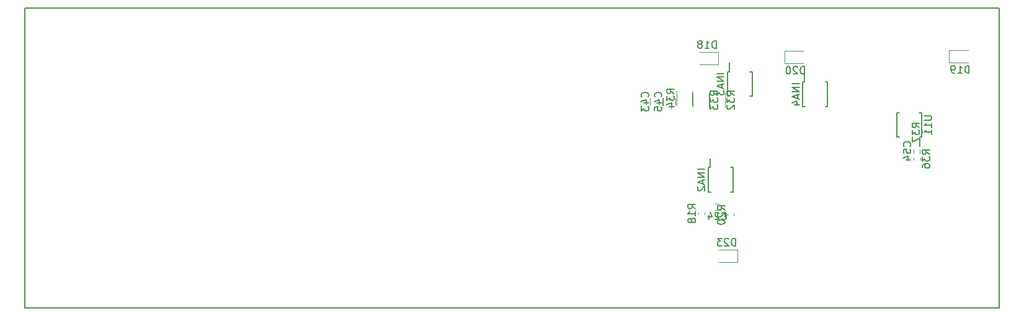
<source format=gbr>
G04 #@! TF.FileFunction,Legend,Bot*
%FSLAX46Y46*%
G04 Gerber Fmt 4.6, Leading zero omitted, Abs format (unit mm)*
G04 Created by KiCad (PCBNEW 4.0.7) date 06/06/18 14:30:25*
%MOMM*%
%LPD*%
G01*
G04 APERTURE LIST*
%ADD10C,0.100000*%
%ADD11C,0.150000*%
%ADD12C,0.120000*%
G04 APERTURE END LIST*
D10*
D11*
X25000000Y-164000000D02*
X25000000Y-123000000D01*
X158000000Y-164000000D02*
X25000000Y-164000000D01*
X158000000Y-123000000D02*
X158000000Y-164000000D01*
X25000000Y-123000000D02*
X158000000Y-123000000D01*
D12*
X119750000Y-149810000D02*
X119250000Y-149810000D01*
X119250000Y-150610000D02*
X119750000Y-150610000D01*
X110330000Y-136300000D02*
X110330000Y-135300000D01*
X112030000Y-135300000D02*
X112030000Y-136300000D01*
X112130000Y-136300000D02*
X112130000Y-135300000D01*
X113830000Y-135300000D02*
X113830000Y-136300000D01*
X147140000Y-142810000D02*
X147140000Y-142310000D01*
X146340000Y-142310000D02*
X146340000Y-142810000D01*
D11*
X118285000Y-144825000D02*
X118510000Y-144825000D01*
X118285000Y-148175000D02*
X118585000Y-148175000D01*
X121635000Y-148175000D02*
X121335000Y-148175000D01*
X121635000Y-144825000D02*
X121335000Y-144825000D01*
X118285000Y-144825000D02*
X118285000Y-148175000D01*
X121635000Y-144825000D02*
X121635000Y-148175000D01*
X118510000Y-144825000D02*
X118510000Y-143600000D01*
X120905000Y-131725000D02*
X121130000Y-131725000D01*
X120905000Y-135075000D02*
X121205000Y-135075000D01*
X124255000Y-135075000D02*
X123955000Y-135075000D01*
X124255000Y-131725000D02*
X123955000Y-131725000D01*
X120905000Y-131725000D02*
X120905000Y-135075000D01*
X124255000Y-131725000D02*
X124255000Y-135075000D01*
X121130000Y-131725000D02*
X121130000Y-130500000D01*
X131195000Y-133135000D02*
X131420000Y-133135000D01*
X131195000Y-136485000D02*
X131495000Y-136485000D01*
X134545000Y-136485000D02*
X134245000Y-136485000D01*
X134545000Y-133135000D02*
X134245000Y-133135000D01*
X131195000Y-133135000D02*
X131195000Y-136485000D01*
X134545000Y-133135000D02*
X134545000Y-136485000D01*
X131420000Y-133135000D02*
X131420000Y-131910000D01*
D12*
X116890000Y-151190000D02*
X116890000Y-150950000D01*
X117770000Y-150950000D02*
X117770000Y-151190000D01*
X120890000Y-151410000D02*
X120890000Y-151170000D01*
X121770000Y-151170000D02*
X121770000Y-151410000D01*
X118450000Y-134600000D02*
X118450000Y-136600000D01*
X120590000Y-136600000D02*
X120590000Y-134600000D01*
X116190000Y-134600000D02*
X116190000Y-136600000D01*
X118330000Y-136600000D02*
X118330000Y-134600000D01*
X116080000Y-136330000D02*
X116080000Y-134330000D01*
X113940000Y-134330000D02*
X113940000Y-136330000D01*
X147220000Y-143500000D02*
X147220000Y-143740000D01*
X146340000Y-143740000D02*
X146340000Y-143500000D01*
X147470000Y-140100000D02*
X147470000Y-139860000D01*
X148350000Y-139860000D02*
X148350000Y-140100000D01*
D11*
X147385000Y-140675000D02*
X147160000Y-140675000D01*
X147385000Y-137325000D02*
X147085000Y-137325000D01*
X144035000Y-137325000D02*
X144335000Y-137325000D01*
X144035000Y-140675000D02*
X144335000Y-140675000D01*
X147385000Y-140675000D02*
X147385000Y-137325000D01*
X144035000Y-140675000D02*
X144035000Y-137325000D01*
X147160000Y-140675000D02*
X147160000Y-141900000D01*
D12*
X119630000Y-129060000D02*
X119630000Y-130760000D01*
X119630000Y-130760000D02*
X117080000Y-130760000D01*
X119630000Y-129060000D02*
X117080000Y-129060000D01*
X151170000Y-130450000D02*
X151170000Y-128750000D01*
X151170000Y-128750000D02*
X153720000Y-128750000D01*
X151170000Y-130450000D02*
X153720000Y-130450000D01*
X128680000Y-130570000D02*
X128680000Y-128870000D01*
X128680000Y-128870000D02*
X131230000Y-128870000D01*
X128680000Y-130570000D02*
X131230000Y-130570000D01*
X122280000Y-156060000D02*
X122280000Y-157760000D01*
X122280000Y-157760000D02*
X119730000Y-157760000D01*
X122280000Y-156060000D02*
X119730000Y-156060000D01*
D11*
X120142857Y-151837143D02*
X120190476Y-151884762D01*
X120333333Y-151932381D01*
X120428571Y-151932381D01*
X120571429Y-151884762D01*
X120666667Y-151789524D01*
X120714286Y-151694286D01*
X120761905Y-151503810D01*
X120761905Y-151360952D01*
X120714286Y-151170476D01*
X120666667Y-151075238D01*
X120571429Y-150980000D01*
X120428571Y-150932381D01*
X120333333Y-150932381D01*
X120190476Y-150980000D01*
X120142857Y-151027619D01*
X119761905Y-151027619D02*
X119714286Y-150980000D01*
X119619048Y-150932381D01*
X119380952Y-150932381D01*
X119285714Y-150980000D01*
X119238095Y-151027619D01*
X119190476Y-151122857D01*
X119190476Y-151218095D01*
X119238095Y-151360952D01*
X119809524Y-151932381D01*
X119190476Y-151932381D01*
X118333333Y-151265714D02*
X118333333Y-151932381D01*
X118571429Y-150884762D02*
X118809524Y-151599048D01*
X118190476Y-151599048D01*
X110037143Y-135157143D02*
X110084762Y-135109524D01*
X110132381Y-134966667D01*
X110132381Y-134871429D01*
X110084762Y-134728571D01*
X109989524Y-134633333D01*
X109894286Y-134585714D01*
X109703810Y-134538095D01*
X109560952Y-134538095D01*
X109370476Y-134585714D01*
X109275238Y-134633333D01*
X109180000Y-134728571D01*
X109132381Y-134871429D01*
X109132381Y-134966667D01*
X109180000Y-135109524D01*
X109227619Y-135157143D01*
X109465714Y-136014286D02*
X110132381Y-136014286D01*
X109084762Y-135776190D02*
X109799048Y-135538095D01*
X109799048Y-136157143D01*
X109132381Y-136442857D02*
X109132381Y-137061905D01*
X109513333Y-136728571D01*
X109513333Y-136871429D01*
X109560952Y-136966667D01*
X109608571Y-137014286D01*
X109703810Y-137061905D01*
X109941905Y-137061905D01*
X110037143Y-137014286D01*
X110084762Y-136966667D01*
X110132381Y-136871429D01*
X110132381Y-136585714D01*
X110084762Y-136490476D01*
X110037143Y-136442857D01*
X111837143Y-135157143D02*
X111884762Y-135109524D01*
X111932381Y-134966667D01*
X111932381Y-134871429D01*
X111884762Y-134728571D01*
X111789524Y-134633333D01*
X111694286Y-134585714D01*
X111503810Y-134538095D01*
X111360952Y-134538095D01*
X111170476Y-134585714D01*
X111075238Y-134633333D01*
X110980000Y-134728571D01*
X110932381Y-134871429D01*
X110932381Y-134966667D01*
X110980000Y-135109524D01*
X111027619Y-135157143D01*
X111265714Y-136014286D02*
X111932381Y-136014286D01*
X110884762Y-135776190D02*
X111599048Y-135538095D01*
X111599048Y-136157143D01*
X110932381Y-137014286D02*
X110932381Y-136538095D01*
X111408571Y-136490476D01*
X111360952Y-136538095D01*
X111313333Y-136633333D01*
X111313333Y-136871429D01*
X111360952Y-136966667D01*
X111408571Y-137014286D01*
X111503810Y-137061905D01*
X111741905Y-137061905D01*
X111837143Y-137014286D01*
X111884762Y-136966667D01*
X111932381Y-136871429D01*
X111932381Y-136633333D01*
X111884762Y-136538095D01*
X111837143Y-136490476D01*
X145827143Y-141917143D02*
X145874762Y-141869524D01*
X145922381Y-141726667D01*
X145922381Y-141631429D01*
X145874762Y-141488571D01*
X145779524Y-141393333D01*
X145684286Y-141345714D01*
X145493810Y-141298095D01*
X145350952Y-141298095D01*
X145160476Y-141345714D01*
X145065238Y-141393333D01*
X144970000Y-141488571D01*
X144922381Y-141631429D01*
X144922381Y-141726667D01*
X144970000Y-141869524D01*
X145017619Y-141917143D01*
X144922381Y-142821905D02*
X144922381Y-142345714D01*
X145398571Y-142298095D01*
X145350952Y-142345714D01*
X145303333Y-142440952D01*
X145303333Y-142679048D01*
X145350952Y-142774286D01*
X145398571Y-142821905D01*
X145493810Y-142869524D01*
X145731905Y-142869524D01*
X145827143Y-142821905D01*
X145874762Y-142774286D01*
X145922381Y-142679048D01*
X145922381Y-142440952D01*
X145874762Y-142345714D01*
X145827143Y-142298095D01*
X145255714Y-143726667D02*
X145922381Y-143726667D01*
X144874762Y-143488571D02*
X145589048Y-143250476D01*
X145589048Y-143869524D01*
X117812381Y-145071429D02*
X116812381Y-145071429D01*
X117812381Y-145547619D02*
X116812381Y-145547619D01*
X117812381Y-146119048D01*
X116812381Y-146119048D01*
X117526667Y-146547619D02*
X117526667Y-147023810D01*
X117812381Y-146452381D02*
X116812381Y-146785714D01*
X117812381Y-147119048D01*
X116907619Y-147404762D02*
X116860000Y-147452381D01*
X116812381Y-147547619D01*
X116812381Y-147785715D01*
X116860000Y-147880953D01*
X116907619Y-147928572D01*
X117002857Y-147976191D01*
X117098095Y-147976191D01*
X117240952Y-147928572D01*
X117812381Y-147357143D01*
X117812381Y-147976191D01*
X120432381Y-131971429D02*
X119432381Y-131971429D01*
X120432381Y-132447619D02*
X119432381Y-132447619D01*
X120432381Y-133019048D01*
X119432381Y-133019048D01*
X120146667Y-133447619D02*
X120146667Y-133923810D01*
X120432381Y-133352381D02*
X119432381Y-133685714D01*
X120432381Y-134019048D01*
X119432381Y-134257143D02*
X119432381Y-134876191D01*
X119813333Y-134542857D01*
X119813333Y-134685715D01*
X119860952Y-134780953D01*
X119908571Y-134828572D01*
X120003810Y-134876191D01*
X120241905Y-134876191D01*
X120337143Y-134828572D01*
X120384762Y-134780953D01*
X120432381Y-134685715D01*
X120432381Y-134400000D01*
X120384762Y-134304762D01*
X120337143Y-134257143D01*
X130722381Y-133381429D02*
X129722381Y-133381429D01*
X130722381Y-133857619D02*
X129722381Y-133857619D01*
X130722381Y-134429048D01*
X129722381Y-134429048D01*
X130436667Y-134857619D02*
X130436667Y-135333810D01*
X130722381Y-134762381D02*
X129722381Y-135095714D01*
X130722381Y-135429048D01*
X130055714Y-136190953D02*
X130722381Y-136190953D01*
X129674762Y-135952857D02*
X130389048Y-135714762D01*
X130389048Y-136333810D01*
X116532381Y-150427143D02*
X116056190Y-150093809D01*
X116532381Y-149855714D02*
X115532381Y-149855714D01*
X115532381Y-150236667D01*
X115580000Y-150331905D01*
X115627619Y-150379524D01*
X115722857Y-150427143D01*
X115865714Y-150427143D01*
X115960952Y-150379524D01*
X116008571Y-150331905D01*
X116056190Y-150236667D01*
X116056190Y-149855714D01*
X116532381Y-151379524D02*
X116532381Y-150808095D01*
X116532381Y-151093809D02*
X115532381Y-151093809D01*
X115675238Y-150998571D01*
X115770476Y-150903333D01*
X115818095Y-150808095D01*
X115960952Y-151950952D02*
X115913333Y-151855714D01*
X115865714Y-151808095D01*
X115770476Y-151760476D01*
X115722857Y-151760476D01*
X115627619Y-151808095D01*
X115580000Y-151855714D01*
X115532381Y-151950952D01*
X115532381Y-152141429D01*
X115580000Y-152236667D01*
X115627619Y-152284286D01*
X115722857Y-152331905D01*
X115770476Y-152331905D01*
X115865714Y-152284286D01*
X115913333Y-152236667D01*
X115960952Y-152141429D01*
X115960952Y-151950952D01*
X116008571Y-151855714D01*
X116056190Y-151808095D01*
X116151429Y-151760476D01*
X116341905Y-151760476D01*
X116437143Y-151808095D01*
X116484762Y-151855714D01*
X116532381Y-151950952D01*
X116532381Y-152141429D01*
X116484762Y-152236667D01*
X116437143Y-152284286D01*
X116341905Y-152331905D01*
X116151429Y-152331905D01*
X116056190Y-152284286D01*
X116008571Y-152236667D01*
X115960952Y-152141429D01*
X120532381Y-150647143D02*
X120056190Y-150313809D01*
X120532381Y-150075714D02*
X119532381Y-150075714D01*
X119532381Y-150456667D01*
X119580000Y-150551905D01*
X119627619Y-150599524D01*
X119722857Y-150647143D01*
X119865714Y-150647143D01*
X119960952Y-150599524D01*
X120008571Y-150551905D01*
X120056190Y-150456667D01*
X120056190Y-150075714D01*
X119627619Y-151028095D02*
X119580000Y-151075714D01*
X119532381Y-151170952D01*
X119532381Y-151409048D01*
X119580000Y-151504286D01*
X119627619Y-151551905D01*
X119722857Y-151599524D01*
X119818095Y-151599524D01*
X119960952Y-151551905D01*
X120532381Y-150980476D01*
X120532381Y-151599524D01*
X119532381Y-152218571D02*
X119532381Y-152313810D01*
X119580000Y-152409048D01*
X119627619Y-152456667D01*
X119722857Y-152504286D01*
X119913333Y-152551905D01*
X120151429Y-152551905D01*
X120341905Y-152504286D01*
X120437143Y-152456667D01*
X120484762Y-152409048D01*
X120532381Y-152313810D01*
X120532381Y-152218571D01*
X120484762Y-152123333D01*
X120437143Y-152075714D01*
X120341905Y-152028095D01*
X120151429Y-151980476D01*
X119913333Y-151980476D01*
X119722857Y-152028095D01*
X119627619Y-152075714D01*
X119580000Y-152123333D01*
X119532381Y-152218571D01*
X121822381Y-134957143D02*
X121346190Y-134623809D01*
X121822381Y-134385714D02*
X120822381Y-134385714D01*
X120822381Y-134766667D01*
X120870000Y-134861905D01*
X120917619Y-134909524D01*
X121012857Y-134957143D01*
X121155714Y-134957143D01*
X121250952Y-134909524D01*
X121298571Y-134861905D01*
X121346190Y-134766667D01*
X121346190Y-134385714D01*
X120822381Y-135290476D02*
X120822381Y-135909524D01*
X121203333Y-135576190D01*
X121203333Y-135719048D01*
X121250952Y-135814286D01*
X121298571Y-135861905D01*
X121393810Y-135909524D01*
X121631905Y-135909524D01*
X121727143Y-135861905D01*
X121774762Y-135814286D01*
X121822381Y-135719048D01*
X121822381Y-135433333D01*
X121774762Y-135338095D01*
X121727143Y-135290476D01*
X120917619Y-136290476D02*
X120870000Y-136338095D01*
X120822381Y-136433333D01*
X120822381Y-136671429D01*
X120870000Y-136766667D01*
X120917619Y-136814286D01*
X121012857Y-136861905D01*
X121108095Y-136861905D01*
X121250952Y-136814286D01*
X121822381Y-136242857D01*
X121822381Y-136861905D01*
X119562381Y-134957143D02*
X119086190Y-134623809D01*
X119562381Y-134385714D02*
X118562381Y-134385714D01*
X118562381Y-134766667D01*
X118610000Y-134861905D01*
X118657619Y-134909524D01*
X118752857Y-134957143D01*
X118895714Y-134957143D01*
X118990952Y-134909524D01*
X119038571Y-134861905D01*
X119086190Y-134766667D01*
X119086190Y-134385714D01*
X118562381Y-135290476D02*
X118562381Y-135909524D01*
X118943333Y-135576190D01*
X118943333Y-135719048D01*
X118990952Y-135814286D01*
X119038571Y-135861905D01*
X119133810Y-135909524D01*
X119371905Y-135909524D01*
X119467143Y-135861905D01*
X119514762Y-135814286D01*
X119562381Y-135719048D01*
X119562381Y-135433333D01*
X119514762Y-135338095D01*
X119467143Y-135290476D01*
X118562381Y-136242857D02*
X118562381Y-136861905D01*
X118943333Y-136528571D01*
X118943333Y-136671429D01*
X118990952Y-136766667D01*
X119038571Y-136814286D01*
X119133810Y-136861905D01*
X119371905Y-136861905D01*
X119467143Y-136814286D01*
X119514762Y-136766667D01*
X119562381Y-136671429D01*
X119562381Y-136385714D01*
X119514762Y-136290476D01*
X119467143Y-136242857D01*
X113612381Y-134687143D02*
X113136190Y-134353809D01*
X113612381Y-134115714D02*
X112612381Y-134115714D01*
X112612381Y-134496667D01*
X112660000Y-134591905D01*
X112707619Y-134639524D01*
X112802857Y-134687143D01*
X112945714Y-134687143D01*
X113040952Y-134639524D01*
X113088571Y-134591905D01*
X113136190Y-134496667D01*
X113136190Y-134115714D01*
X112612381Y-135020476D02*
X112612381Y-135639524D01*
X112993333Y-135306190D01*
X112993333Y-135449048D01*
X113040952Y-135544286D01*
X113088571Y-135591905D01*
X113183810Y-135639524D01*
X113421905Y-135639524D01*
X113517143Y-135591905D01*
X113564762Y-135544286D01*
X113612381Y-135449048D01*
X113612381Y-135163333D01*
X113564762Y-135068095D01*
X113517143Y-135020476D01*
X112945714Y-136496667D02*
X113612381Y-136496667D01*
X112564762Y-136258571D02*
X113279048Y-136020476D01*
X113279048Y-136639524D01*
X148482381Y-142977143D02*
X148006190Y-142643809D01*
X148482381Y-142405714D02*
X147482381Y-142405714D01*
X147482381Y-142786667D01*
X147530000Y-142881905D01*
X147577619Y-142929524D01*
X147672857Y-142977143D01*
X147815714Y-142977143D01*
X147910952Y-142929524D01*
X147958571Y-142881905D01*
X148006190Y-142786667D01*
X148006190Y-142405714D01*
X147482381Y-143310476D02*
X147482381Y-143929524D01*
X147863333Y-143596190D01*
X147863333Y-143739048D01*
X147910952Y-143834286D01*
X147958571Y-143881905D01*
X148053810Y-143929524D01*
X148291905Y-143929524D01*
X148387143Y-143881905D01*
X148434762Y-143834286D01*
X148482381Y-143739048D01*
X148482381Y-143453333D01*
X148434762Y-143358095D01*
X148387143Y-143310476D01*
X147482381Y-144786667D02*
X147482381Y-144596190D01*
X147530000Y-144500952D01*
X147577619Y-144453333D01*
X147720476Y-144358095D01*
X147910952Y-144310476D01*
X148291905Y-144310476D01*
X148387143Y-144358095D01*
X148434762Y-144405714D01*
X148482381Y-144500952D01*
X148482381Y-144691429D01*
X148434762Y-144786667D01*
X148387143Y-144834286D01*
X148291905Y-144881905D01*
X148053810Y-144881905D01*
X147958571Y-144834286D01*
X147910952Y-144786667D01*
X147863333Y-144691429D01*
X147863333Y-144500952D01*
X147910952Y-144405714D01*
X147958571Y-144358095D01*
X148053810Y-144310476D01*
X147112381Y-139337143D02*
X146636190Y-139003809D01*
X147112381Y-138765714D02*
X146112381Y-138765714D01*
X146112381Y-139146667D01*
X146160000Y-139241905D01*
X146207619Y-139289524D01*
X146302857Y-139337143D01*
X146445714Y-139337143D01*
X146540952Y-139289524D01*
X146588571Y-139241905D01*
X146636190Y-139146667D01*
X146636190Y-138765714D01*
X146112381Y-139670476D02*
X146112381Y-140289524D01*
X146493333Y-139956190D01*
X146493333Y-140099048D01*
X146540952Y-140194286D01*
X146588571Y-140241905D01*
X146683810Y-140289524D01*
X146921905Y-140289524D01*
X147017143Y-140241905D01*
X147064762Y-140194286D01*
X147112381Y-140099048D01*
X147112381Y-139813333D01*
X147064762Y-139718095D01*
X147017143Y-139670476D01*
X146112381Y-140622857D02*
X146112381Y-141289524D01*
X147112381Y-140860952D01*
X147762381Y-137761905D02*
X148571905Y-137761905D01*
X148667143Y-137809524D01*
X148714762Y-137857143D01*
X148762381Y-137952381D01*
X148762381Y-138142858D01*
X148714762Y-138238096D01*
X148667143Y-138285715D01*
X148571905Y-138333334D01*
X147762381Y-138333334D01*
X148762381Y-139333334D02*
X148762381Y-138761905D01*
X148762381Y-139047619D02*
X147762381Y-139047619D01*
X147905238Y-138952381D01*
X148000476Y-138857143D01*
X148048095Y-138761905D01*
X148762381Y-140285715D02*
X148762381Y-139714286D01*
X148762381Y-140000000D02*
X147762381Y-140000000D01*
X147905238Y-139904762D01*
X148000476Y-139809524D01*
X148048095Y-139714286D01*
X119344286Y-128512381D02*
X119344286Y-127512381D01*
X119106191Y-127512381D01*
X118963333Y-127560000D01*
X118868095Y-127655238D01*
X118820476Y-127750476D01*
X118772857Y-127940952D01*
X118772857Y-128083810D01*
X118820476Y-128274286D01*
X118868095Y-128369524D01*
X118963333Y-128464762D01*
X119106191Y-128512381D01*
X119344286Y-128512381D01*
X117820476Y-128512381D02*
X118391905Y-128512381D01*
X118106191Y-128512381D02*
X118106191Y-127512381D01*
X118201429Y-127655238D01*
X118296667Y-127750476D01*
X118391905Y-127798095D01*
X117249048Y-127940952D02*
X117344286Y-127893333D01*
X117391905Y-127845714D01*
X117439524Y-127750476D01*
X117439524Y-127702857D01*
X117391905Y-127607619D01*
X117344286Y-127560000D01*
X117249048Y-127512381D01*
X117058571Y-127512381D01*
X116963333Y-127560000D01*
X116915714Y-127607619D01*
X116868095Y-127702857D01*
X116868095Y-127750476D01*
X116915714Y-127845714D01*
X116963333Y-127893333D01*
X117058571Y-127940952D01*
X117249048Y-127940952D01*
X117344286Y-127988571D01*
X117391905Y-128036190D01*
X117439524Y-128131429D01*
X117439524Y-128321905D01*
X117391905Y-128417143D01*
X117344286Y-128464762D01*
X117249048Y-128512381D01*
X117058571Y-128512381D01*
X116963333Y-128464762D01*
X116915714Y-128417143D01*
X116868095Y-128321905D01*
X116868095Y-128131429D01*
X116915714Y-128036190D01*
X116963333Y-127988571D01*
X117058571Y-127940952D01*
X153884286Y-131902381D02*
X153884286Y-130902381D01*
X153646191Y-130902381D01*
X153503333Y-130950000D01*
X153408095Y-131045238D01*
X153360476Y-131140476D01*
X153312857Y-131330952D01*
X153312857Y-131473810D01*
X153360476Y-131664286D01*
X153408095Y-131759524D01*
X153503333Y-131854762D01*
X153646191Y-131902381D01*
X153884286Y-131902381D01*
X152360476Y-131902381D02*
X152931905Y-131902381D01*
X152646191Y-131902381D02*
X152646191Y-130902381D01*
X152741429Y-131045238D01*
X152836667Y-131140476D01*
X152931905Y-131188095D01*
X151884286Y-131902381D02*
X151693810Y-131902381D01*
X151598571Y-131854762D01*
X151550952Y-131807143D01*
X151455714Y-131664286D01*
X151408095Y-131473810D01*
X151408095Y-131092857D01*
X151455714Y-130997619D01*
X151503333Y-130950000D01*
X151598571Y-130902381D01*
X151789048Y-130902381D01*
X151884286Y-130950000D01*
X151931905Y-130997619D01*
X151979524Y-131092857D01*
X151979524Y-131330952D01*
X151931905Y-131426190D01*
X151884286Y-131473810D01*
X151789048Y-131521429D01*
X151598571Y-131521429D01*
X151503333Y-131473810D01*
X151455714Y-131426190D01*
X151408095Y-131330952D01*
X131394286Y-132022381D02*
X131394286Y-131022381D01*
X131156191Y-131022381D01*
X131013333Y-131070000D01*
X130918095Y-131165238D01*
X130870476Y-131260476D01*
X130822857Y-131450952D01*
X130822857Y-131593810D01*
X130870476Y-131784286D01*
X130918095Y-131879524D01*
X131013333Y-131974762D01*
X131156191Y-132022381D01*
X131394286Y-132022381D01*
X130441905Y-131117619D02*
X130394286Y-131070000D01*
X130299048Y-131022381D01*
X130060952Y-131022381D01*
X129965714Y-131070000D01*
X129918095Y-131117619D01*
X129870476Y-131212857D01*
X129870476Y-131308095D01*
X129918095Y-131450952D01*
X130489524Y-132022381D01*
X129870476Y-132022381D01*
X129251429Y-131022381D02*
X129156190Y-131022381D01*
X129060952Y-131070000D01*
X129013333Y-131117619D01*
X128965714Y-131212857D01*
X128918095Y-131403333D01*
X128918095Y-131641429D01*
X128965714Y-131831905D01*
X129013333Y-131927143D01*
X129060952Y-131974762D01*
X129156190Y-132022381D01*
X129251429Y-132022381D01*
X129346667Y-131974762D01*
X129394286Y-131927143D01*
X129441905Y-131831905D01*
X129489524Y-131641429D01*
X129489524Y-131403333D01*
X129441905Y-131212857D01*
X129394286Y-131117619D01*
X129346667Y-131070000D01*
X129251429Y-131022381D01*
X121994286Y-155512381D02*
X121994286Y-154512381D01*
X121756191Y-154512381D01*
X121613333Y-154560000D01*
X121518095Y-154655238D01*
X121470476Y-154750476D01*
X121422857Y-154940952D01*
X121422857Y-155083810D01*
X121470476Y-155274286D01*
X121518095Y-155369524D01*
X121613333Y-155464762D01*
X121756191Y-155512381D01*
X121994286Y-155512381D01*
X121041905Y-154607619D02*
X120994286Y-154560000D01*
X120899048Y-154512381D01*
X120660952Y-154512381D01*
X120565714Y-154560000D01*
X120518095Y-154607619D01*
X120470476Y-154702857D01*
X120470476Y-154798095D01*
X120518095Y-154940952D01*
X121089524Y-155512381D01*
X120470476Y-155512381D01*
X120137143Y-154512381D02*
X119518095Y-154512381D01*
X119851429Y-154893333D01*
X119708571Y-154893333D01*
X119613333Y-154940952D01*
X119565714Y-154988571D01*
X119518095Y-155083810D01*
X119518095Y-155321905D01*
X119565714Y-155417143D01*
X119613333Y-155464762D01*
X119708571Y-155512381D01*
X119994286Y-155512381D01*
X120089524Y-155464762D01*
X120137143Y-155417143D01*
M02*

</source>
